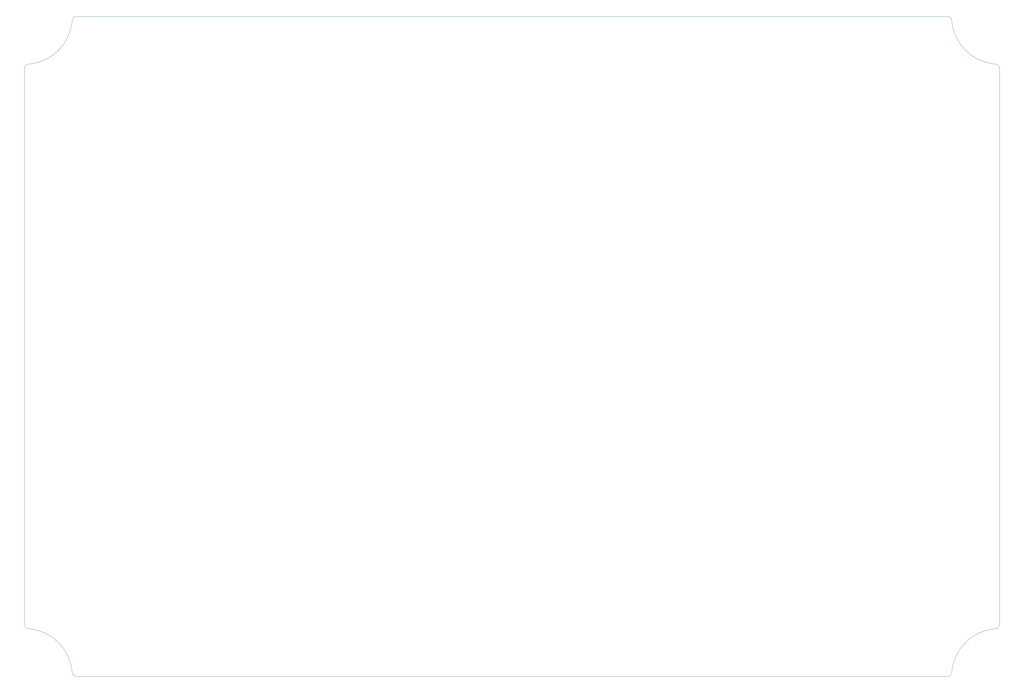
<source format=gko>
%TF.GenerationSoftware,KiCad,Pcbnew,(6.0.5)*%
%TF.CreationDate,2022-05-16T01:41:45-07:00*%
%TF.ProjectId,lta-power-module,6c74612d-706f-4776-9572-2d6d6f64756c,rev?*%
%TF.SameCoordinates,Original*%
%TF.FileFunction,Profile,NP*%
%FSLAX46Y46*%
G04 Gerber Fmt 4.6, Leading zero omitted, Abs format (unit mm)*
G04 Created by KiCad (PCBNEW (6.0.5)) date 2022-05-16 01:41:45*
%MOMM*%
%LPD*%
G01*
G04 APERTURE LIST*
%TA.AperFunction,Profile*%
%ADD10C,0.100000*%
%TD*%
G04 APERTURE END LIST*
D10*
X25273000Y-219760800D02*
G75*
G03*
X26543000Y-221030800I1270000J0D01*
G01*
X334010000Y-221047173D02*
G75*
G03*
X320090800Y-234950000I1254790J-15175477D01*
G01*
X335280000Y-42672000D02*
G75*
G03*
X334010000Y-41402000I-1270000J0D01*
G01*
X26543000Y-41402000D02*
G75*
G03*
X40462200Y-27482800I-1272635J15191835D01*
G01*
X320090800Y-27482800D02*
G75*
G03*
X334010000Y-41402000I15191800J1272600D01*
G01*
X25273000Y-219760800D02*
X25273000Y-42672000D01*
X40462200Y-234950000D02*
G75*
G03*
X41732200Y-236220000I1270000J0D01*
G01*
X26543000Y-41402000D02*
G75*
G03*
X25273000Y-42672000I0J-1270000D01*
G01*
X320090800Y-27482800D02*
G75*
G03*
X318820800Y-26212800I-1270000J0D01*
G01*
X335280000Y-42672000D02*
X335280000Y-219777174D01*
X318820800Y-236220000D02*
X41732200Y-236220000D01*
X41732200Y-26212800D02*
G75*
G03*
X40462200Y-27482800I0J-1270000D01*
G01*
X41732200Y-26212800D02*
X318820800Y-26212800D01*
X318820800Y-236220000D02*
G75*
G03*
X320090800Y-234950000I0J1270000D01*
G01*
X40462200Y-234950000D02*
G75*
G03*
X26543000Y-221030800I-15191790J-1272590D01*
G01*
X334010000Y-221047200D02*
G75*
G03*
X335280000Y-219777174I0J1270000D01*
G01*
M02*

</source>
